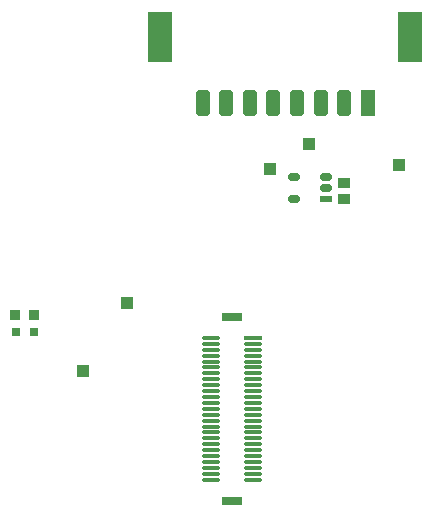
<source format=gtp>
G04*
G04 #@! TF.GenerationSoftware,Altium Limited,Altium Designer,18.1.6 (161)*
G04*
G04 Layer_Color=8421504*
%FSLAX25Y25*%
%MOIN*%
G70*
G01*
G75*
%ADD15R,0.03150X0.03150*%
%ADD16R,0.07087X0.03150*%
%ADD17O,0.06299X0.01181*%
%ADD18R,0.06299X0.01181*%
%ADD19R,0.03937X0.03937*%
%ADD20R,0.03937X0.03937*%
%ADD21R,0.03347X0.03347*%
%ADD22R,0.03937X0.03543*%
%ADD23R,0.03937X0.02362*%
G04:AMPARAMS|DCode=24|XSize=23.62mil|YSize=39.37mil|CornerRadius=5.91mil|HoleSize=0mil|Usage=FLASHONLY|Rotation=270.000|XOffset=0mil|YOffset=0mil|HoleType=Round|Shape=RoundedRectangle|*
%AMROUNDEDRECTD24*
21,1,0.02362,0.02756,0,0,270.0*
21,1,0.01181,0.03937,0,0,270.0*
1,1,0.01181,-0.01378,-0.00591*
1,1,0.01181,-0.01378,0.00591*
1,1,0.01181,0.01378,0.00591*
1,1,0.01181,0.01378,-0.00591*
%
%ADD24ROUNDEDRECTD24*%
%ADD25R,0.07874X0.16535*%
%ADD26R,0.04724X0.08661*%
G04:AMPARAMS|DCode=27|XSize=47.24mil|YSize=86.61mil|CornerRadius=11.81mil|HoleSize=0mil|Usage=FLASHONLY|Rotation=180.000|XOffset=0mil|YOffset=0mil|HoleType=Round|Shape=RoundedRectangle|*
%AMROUNDEDRECTD27*
21,1,0.04724,0.06299,0,0,180.0*
21,1,0.02362,0.08661,0,0,180.0*
1,1,0.02362,-0.01181,0.03150*
1,1,0.02362,0.01181,0.03150*
1,1,0.02362,0.01181,-0.03150*
1,1,0.02362,-0.01181,-0.03150*
%
%ADD27ROUNDEDRECTD27*%
D15*
X14567Y84803D02*
D03*
X8661D02*
D03*
D16*
X80709Y89764D02*
D03*
Y28346D02*
D03*
D17*
X73622Y82677D02*
D03*
Y80709D02*
D03*
Y78740D02*
D03*
Y76772D02*
D03*
Y74803D02*
D03*
Y72835D02*
D03*
Y70866D02*
D03*
Y68898D02*
D03*
Y66929D02*
D03*
Y64961D02*
D03*
Y62992D02*
D03*
Y61024D02*
D03*
Y59055D02*
D03*
Y57087D02*
D03*
Y55118D02*
D03*
Y53150D02*
D03*
Y51181D02*
D03*
Y49213D02*
D03*
Y47244D02*
D03*
Y45276D02*
D03*
Y43307D02*
D03*
Y41339D02*
D03*
Y39370D02*
D03*
Y37402D02*
D03*
Y35433D02*
D03*
X87795D02*
D03*
Y37402D02*
D03*
Y39370D02*
D03*
Y41339D02*
D03*
Y43307D02*
D03*
Y45276D02*
D03*
Y47244D02*
D03*
Y49213D02*
D03*
Y51181D02*
D03*
Y53150D02*
D03*
Y55118D02*
D03*
Y57087D02*
D03*
Y59055D02*
D03*
Y61024D02*
D03*
Y62992D02*
D03*
Y64961D02*
D03*
Y66929D02*
D03*
Y68898D02*
D03*
Y70866D02*
D03*
Y72835D02*
D03*
Y74803D02*
D03*
Y76772D02*
D03*
Y78740D02*
D03*
Y80709D02*
D03*
D18*
Y82677D02*
D03*
D19*
X136221Y140157D02*
D03*
X31102Y71815D02*
D03*
D20*
X45669Y94488D02*
D03*
X93307Y138976D02*
D03*
X106299Y147244D02*
D03*
D21*
X8465Y90158D02*
D03*
X14567D02*
D03*
D22*
X118110Y134252D02*
D03*
Y128937D02*
D03*
D23*
X112106D02*
D03*
D24*
Y132677D02*
D03*
Y136417D02*
D03*
X101279D02*
D03*
Y128937D02*
D03*
D25*
X140170Y182992D02*
D03*
X56706D02*
D03*
D26*
X125997Y161024D02*
D03*
D27*
X118123D02*
D03*
X110249D02*
D03*
X102375D02*
D03*
X94501D02*
D03*
X86627D02*
D03*
X78753D02*
D03*
X70879D02*
D03*
M02*

</source>
